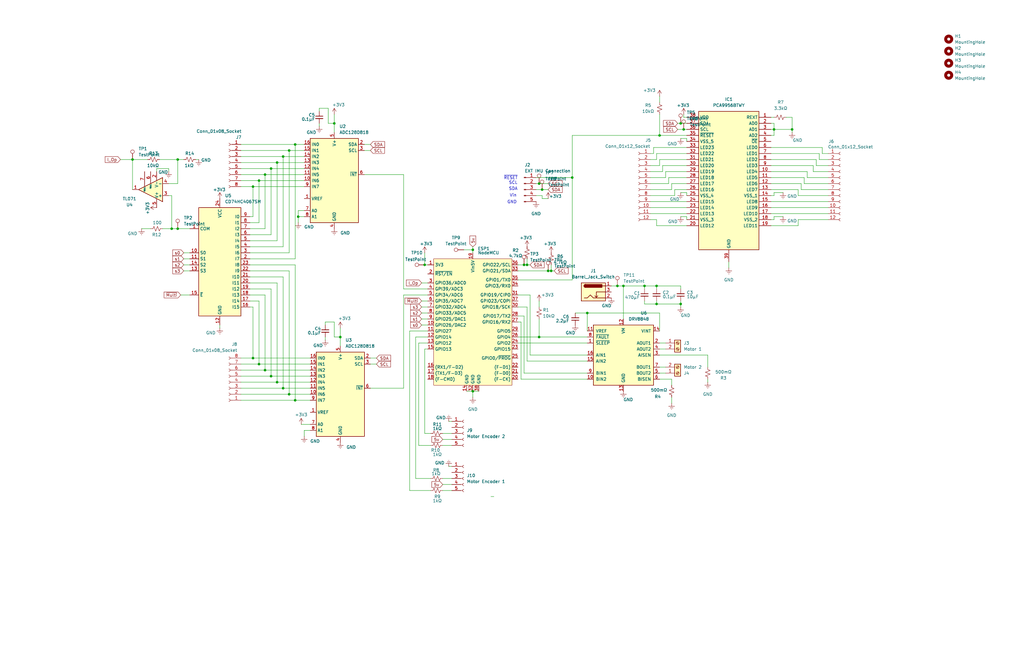
<source format=kicad_sch>
(kicad_sch (version 20250114) (generator "eeschema") (generator_version "9.0")
  (paper "B")
  (title_block (title "Soft Keyboard Platform Controller Schematic") (date "2025-10-24") (rev "v1.2") (company "CalPoly SLO ME 507 Fall 2025"))
  (text "GND" (at 215.9 85.344 0) (effects (font (size 1.27 1.27))))
  (text "~{RESET}" (at 215.392 75.184 0) (effects (font (size 1.27 1.27))))
  (text "Vin" (at 216.408 82.55 0) (effects (font (size 1.27 1.27))))
  (text "SDA" (at 216.408 79.756 0) (effects (font (size 1.27 1.27))))
  (text "SCL" (at 216.408 77.216 0) (effects (font (size 1.27 1.27))))
  (junction (at 116.84 161.29))
  (junction (at 124.46 168.91))
  (junction (at 106.68 151.13))
  (junction (at 106.68 78.74))
  (junction (at 111.76 73.66))
  (junction (at 116.84 68.58))
  (junction (at 288.29 54.61))
  (junction (at 231.14 114.3))
  (junction (at 232.41 114.3))
  (junction (at 55.88 67.31))
  (junction (at 125.73 91.44))
  (junction (at 228.6 80.01))
  (junction (at 220.98 111.76))
  (junction (at 260.35 120.65))
  (junction (at 287.02 52.07))
  (junction (at 278.13 57.15))
  (junction (at 109.22 76.2))
  (junction (at 109.22 153.67))
  (junction (at 119.38 163.83))
  (junction (at 199.39 105.41))
  (junction (at 271.78 120.65))
  (junction (at 262.89 120.65))
  (junction (at 140.97 52.07))
  (junction (at 114.3 158.75))
  (junction (at 276.86 120.65))
  (junction (at 334.01 54.61))
  (junction (at 74.93 67.31))
  (junction (at 247.65 132.08))
  (junction (at 124.46 60.96))
  (junction (at 74.93 96.52))
  (junction (at 287.02 128.27))
  (junction (at 241.3 74.93))
  (junction (at 121.92 166.37))
  (junction (at 119.38 66.04))
  (junction (at 199.39 165.1))
  (junction (at 121.92 63.5))
  (junction (at 143.51 142.24))
  (junction (at 227.33 77.47))
  (junction (at 114.3 71.12))
  (junction (at 276.86 128.27))
  (junction (at 72.39 96.52))
  (junction (at 326.39 54.61))
  (junction (at 227.33 142.24))
  (junction (at 179.07 111.76))
  (junction (at 222.25 111.76))
  (junction (at 111.76 156.21))
  (wire (pts (xy 288.29 54.61) (xy 289.56 54.61)))
  (wire (pts (xy 201.93 165.1) (xy 199.39 165.1)))
  (wire (pts (xy 111.76 73.66) (xy 128.27 73.66)))
  (wire (pts (xy 156.21 153.67) (xy 158.75 153.67)))
  (wire (pts (xy 334.01 55.88) (xy 334.01 54.61)))
  (wire (pts (xy 226.06 77.47) (xy 227.33 77.47)))
  (wire (pts (xy 172.72 139.7) (xy 172.72 207.01)))
  (wire (pts (xy 121.92 114.3) (xy 121.92 166.37)))
  (wire (pts (xy 179.07 147.32) (xy 180.34 147.32)))
  (wire (pts (xy 220.98 133.35) (xy 220.98 157.48)))
  (wire (pts (xy 116.84 119.38) (xy 116.84 161.29)))
  (wire (pts (xy 71.12 71.12) (xy 71.12 72.39)))
  (wire (pts (xy 59.69 96.52) (xy 63.5 96.52)))
  (wire (pts (xy 67.31 67.31) (xy 74.93 67.31)))
  (wire (pts (xy 241.3 74.93) (xy 241.3 118.11)))
  (wire (pts (xy 111.76 156.21) (xy 130.81 156.21)))
  (wire (pts (xy 262.89 120.65) (xy 262.89 134.62)))
  (wire (pts (xy 116.84 161.29) (xy 130.81 161.29)))
  (wire (pts (xy 228.6 83.82) (xy 231.14 83.82)))
  (wire (pts (xy 289.56 58.42) (xy 289.56 59.69)))
  (wire (pts (xy 111.76 124.46) (xy 111.76 156.21)))
  (wire (pts (xy 105.41 129.54) (xy 106.68 129.54)))
  (wire (pts (xy 271.78 128.27) (xy 276.86 128.27)))
  (wire (pts (xy 72.39 96.52) (xy 74.93 96.52)))
  (wire (pts (xy 325.12 77.47) (xy 337.82 77.47)))
  (wire (pts (xy 74.93 67.31) (xy 74.93 77.47)))
  (wire (pts (xy 114.3 71.12) (xy 128.27 71.12)))
  (wire (pts (xy 50.8 67.31) (xy 55.88 67.31)))
  (wire (pts (xy 289.56 64.77) (xy 276.86 64.77)))
  (wire (pts (xy 241.3 57.15) (xy 278.13 57.15)))
  (wire (pts (xy 177.8 137.16) (xy 180.34 137.16)))
  (wire (pts (xy 125.73 91.44) (xy 125.73 93.98)))
  (wire (pts (xy 74.93 67.31) (xy 77.47 67.31)))
  (wire (pts (xy 127 179.07) (xy 130.81 179.07)))
  (wire (pts (xy 66.04 71.12) (xy 71.12 71.12)))
  (wire (pts (xy 180.34 121.92) (xy 170.18 121.92)))
  (wire (pts (xy 289.56 72.39) (xy 280.67 72.39)))
  (wire (pts (xy 119.38 163.83) (xy 130.81 163.83)))
  (wire (pts (xy 247.65 139.7) (xy 247.65 132.08)))
  (wire (pts (xy 121.92 63.5) (xy 128.27 63.5)))
  (wire (pts (xy 101.6 151.13) (xy 106.68 151.13)))
  (wire (pts (xy 218.44 142.24) (xy 227.33 142.24)))
  (wire (pts (xy 119.38 116.84) (xy 119.38 163.83)))
  (wire (pts (xy 119.38 66.04) (xy 128.27 66.04)))
  (wire (pts (xy 172.72 207.01) (xy 181.61 207.01)))
  (wire (pts (xy 218.44 144.78) (xy 247.65 144.78)))
  (wire (pts (xy 276.86 95.25) (xy 276.86 92.71)))
  (wire (pts (xy 325.12 80.01) (xy 336.55 80.01)))
  (wire (pts (xy 121.92 63.5) (xy 121.92 106.68)))
  (wire (pts (xy 326.39 57.15) (xy 325.12 57.15)))
  (wire (pts (xy 124.46 109.22) (xy 124.46 60.96)))
  (wire (pts (xy 124.46 111.76) (xy 124.46 168.91)))
  (wire (pts (xy 260.35 120.65) (xy 262.89 120.65)))
  (wire (pts (xy 342.9 69.85) (xy 342.9 72.39)))
  (wire (pts (xy 274.32 90.17) (xy 289.56 90.17)))
  (wire (pts (xy 289.56 67.31) (xy 278.13 67.31)))
  (wire (pts (xy 179.07 182.88) (xy 181.61 182.88)))
  (wire (pts (xy 170.18 121.92) (xy 170.18 73.66)))
  (wire (pts (xy 262.89 120.65) (xy 271.78 120.65)))
  (wire (pts (xy 105.41 99.06) (xy 114.3 99.06)))
  (wire (pts (xy 128.27 88.9) (xy 125.73 88.9)))
  (wire (pts (xy 220.98 111.76) (xy 222.25 111.76)))
  (wire (pts (xy 278.13 67.31) (xy 278.13 69.85)))
  (wire (pts (xy 101.6 71.12) (xy 114.3 71.12)))
  (wire (pts (xy 228.6 82.55) (xy 226.06 82.55)))
  (wire (pts (xy 101.6 68.58) (xy 116.84 68.58)))
  (wire (pts (xy 228.6 80.01) (xy 231.14 80.01)))
  (wire (pts (xy 137.16 135.89) (xy 137.16 137.16)))
  (wire (pts (xy 275.59 64.77) (xy 274.32 64.77)))
  (wire (pts (xy 289.56 80.01) (xy 284.48 80.01)))
  (wire (pts (xy 101.6 161.29) (xy 116.84 161.29)))
  (wire (pts (xy 287.02 120.65) (xy 276.86 120.65)))
  (wire (pts (xy 288.29 48.26) (xy 288.29 49.53)))
  (wire (pts (xy 278.13 57.15) (xy 289.56 57.15)))
  (wire (pts (xy 337.82 80.01) (xy 349.25 80.01)))
  (wire (pts (xy 218.44 135.89) (xy 219.71 135.89)))
  (wire (pts (xy 199.39 105.41) (xy 199.39 106.68)))
  (wire (pts (xy 274.32 69.85) (xy 278.13 69.85)))
  (wire (pts (xy 66.04 71.12) (xy 66.04 72.39)))
  (wire (pts (xy 106.68 78.74) (xy 106.68 91.44)))
  (wire (pts (xy 223.52 124.46) (xy 223.52 149.86)))
  (wire (pts (xy 289.56 91.44) (xy 289.56 92.71)))
  (wire (pts (xy 281.94 74.93) (xy 289.56 74.93)))
  (wire (pts (xy 140.97 52.07) (xy 140.97 55.88)))
  (wire (pts (xy 336.55 80.01) (xy 336.55 82.55)))
  (wire (pts (xy 274.32 87.63) (xy 289.56 87.63)))
  (wire (pts (xy 326.39 49.53) (xy 325.12 49.53)))
  (wire (pts (xy 101.6 166.37) (xy 121.92 166.37)))
  (wire (pts (xy 186.69 201.93) (xy 190.5 201.93)))
  (wire (pts (xy 325.12 62.23) (xy 346.71 62.23)))
  (wire (pts (xy 281.94 74.93) (xy 281.94 77.47)))
  (wire (pts (xy 189.23 177.8) (xy 190.5 177.8)))
  (wire (pts (xy 101.6 163.83) (xy 119.38 163.83)))
  (wire (pts (xy 170.18 124.46) (xy 170.18 163.83)))
  (wire (pts (xy 289.56 58.42) (xy 287.02 58.42)))
  (wire (pts (xy 105.41 104.14) (xy 119.38 104.14)))
  (wire (pts (xy 222.25 111.76) (xy 223.52 111.76)))
  (wire (pts (xy 227.33 142.24) (xy 247.65 142.24)))
  (wire (pts (xy 190.5 182.88) (xy 186.69 182.88)))
  (wire (pts (xy 336.55 92.71) (xy 349.25 92.71)))
  (wire (pts (xy 326.39 54.61) (xy 326.39 57.15)))
  (wire (pts (xy 227.33 77.47) (xy 231.14 77.47)))
  (wire (pts (xy 196.85 165.1) (xy 199.39 165.1)))
  (wire (pts (xy 124.46 60.96) (xy 128.27 60.96)))
  (wire (pts (xy 284.48 82.55) (xy 274.32 82.55)))
  (wire (pts (xy 106.68 78.74) (xy 128.27 78.74)))
  (wire (pts (xy 289.56 49.53) (xy 288.29 49.53)))
  (wire (pts (xy 105.41 96.52) (xy 111.76 96.52)))
  (wire (pts (xy 284.48 80.01) (xy 284.48 82.55)))
  (wire (pts (xy 325.12 85.09) (xy 349.25 85.09)))
  (wire (pts (xy 195.58 105.41) (xy 199.39 105.41)))
  (wire (pts (xy 242.57 132.08) (xy 247.65 132.08)))
  (wire (pts (xy 257.81 120.65) (xy 260.35 120.65)))
  (wire (pts (xy 247.65 132.08) (xy 278.13 132.08)))
  (wire (pts (xy 325.12 74.93) (xy 339.09 74.93)))
  (wire (pts (xy 232.41 111.76) (xy 232.41 114.3)))
  (wire (pts (xy 232.41 114.3) (xy 233.68 114.3)))
  (wire (pts (xy 114.3 158.75) (xy 130.81 158.75)))
  (wire (pts (xy 175.26 201.93) (xy 181.61 201.93)))
  (wire (pts (xy 334.01 49.53) (xy 331.47 49.53)))
  (wire (pts (xy 218.44 133.35) (xy 220.98 133.35)))
  (wire (pts (xy 220.98 157.48) (xy 247.65 157.48)))
  (wire (pts (xy 179.07 106.68) (xy 179.07 111.76)))
  (wire (pts (xy 105.41 109.22) (xy 124.46 109.22)))
  (wire (pts (xy 276.86 64.77) (xy 276.86 67.31)))
  (wire (pts (xy 74.93 96.52) (xy 80.01 96.52)))
  (wire (pts (xy 199.39 165.1) (xy 199.39 167.64)))
  (wire (pts (xy 289.56 69.85) (xy 279.4 69.85)))
  (wire (pts (xy 218.44 118.11) (xy 241.3 118.11)))
  (wire (pts (xy 119.38 66.04) (xy 119.38 104.14)))
  (wire (pts (xy 222.25 109.22) (xy 222.25 111.76)))
  (wire (pts (xy 109.22 153.67) (xy 130.81 153.67)))
  (wire (pts (xy 219.71 135.89) (xy 219.71 160.02)))
  (wire (pts (xy 140.97 48.26) (xy 140.97 52.07)))
  (wire (pts (xy 170.18 73.66) (xy 153.67 73.66)))
  (wire (pts (xy 218.44 111.76) (xy 220.98 111.76)))
  (wire (pts (xy 105.41 124.46) (xy 111.76 124.46)))
  (wire (pts (xy 226.06 80.01) (xy 228.6 80.01)))
  (wire (pts (xy 77.47 106.68) (xy 80.01 106.68)))
  (wire (pts (xy 186.69 207.01) (xy 190.5 207.01)))
  (wire (pts (xy 326.39 82.55) (xy 325.12 82.55)))
  (wire (pts (xy 116.84 68.58) (xy 128.27 68.58)))
  (wire (pts (xy 342.9 72.39) (xy 349.25 72.39)))
  (wire (pts (xy 137.16 142.24) (xy 137.16 143.51)))
  (wire (pts (xy 247.65 149.86) (xy 223.52 149.86)))
  (wire (pts (xy 326.39 91.44) (xy 326.39 92.71)))
  (wire (pts (xy 283.21 77.47) (xy 283.21 80.01)))
  (wire (pts (xy 278.13 147.32) (xy 280.67 147.32)))
  (wire (pts (xy 109.22 76.2) (xy 128.27 76.2)))
  (wire (pts (xy 326.39 54.61) (xy 334.01 54.61)))
  (wire (pts (xy 186.69 185.42) (xy 190.5 185.42)))
  (wire (pts (xy 346.71 62.23) (xy 346.71 64.77)))
  (wire (pts (xy 105.41 106.68) (xy 121.92 106.68)))
  (wire (pts (xy 138.43 45.72) (xy 138.43 52.07)))
  (wire (pts (xy 275.59 62.23) (xy 275.59 64.77)))
  (wire (pts (xy 180.34 142.24) (xy 175.26 142.24)))
  (wire (pts (xy 344.17 69.85) (xy 349.25 69.85)))
  (wire (pts (xy 177.8 134.62) (xy 180.34 134.62)))
  (wire (pts (xy 106.68 129.54) (xy 106.68 151.13)))
  (wire (pts (xy 105.41 91.44) (xy 106.68 91.44)))
  (wire (pts (xy 105.41 101.6) (xy 116.84 101.6)))
  (wire (pts (xy 278.13 157.48) (xy 280.67 157.48)))
  (wire (pts (xy 179.07 111.76) (xy 180.34 111.76)))
  (wire (pts (xy 285.75 52.07) (xy 287.02 52.07)))
  (wire (pts (xy 231.14 114.3) (xy 232.41 114.3)))
  (wire (pts (xy 326.39 81.28) (xy 330.2 81.28)))
  (wire (pts (xy 101.6 156.21) (xy 111.76 156.21)))
  (wire (pts (xy 326.39 52.07) (xy 326.39 54.61)))
  (wire (pts (xy 77.47 109.22) (xy 80.01 109.22)))
  (wire (pts (xy 177.8 132.08) (xy 180.34 132.08)))
  (wire (pts (xy 287.02 121.92) (xy 287.02 120.65)))
  (wire (pts (xy 325.12 87.63) (xy 349.25 87.63)))
  (wire (pts (xy 325.12 64.77) (xy 345.44 64.77)))
  (wire (pts (xy 140.97 135.89) (xy 140.97 142.24)))
  (wire (pts (xy 189.23 196.85) (xy 190.5 196.85)))
  (wire (pts (xy 307.34 113.03) (xy 307.34 110.49)))
  (wire (pts (xy 134.62 52.07) (xy 134.62 53.34)))
  (wire (pts (xy 55.88 67.31) (xy 62.23 67.31)))
  (wire (pts (xy 325.12 72.39) (xy 340.36 72.39)))
  (wire (pts (xy 219.71 160.02) (xy 247.65 160.02)))
  (wire (pts (xy 138.43 52.07) (xy 140.97 52.07)))
  (wire (pts (xy 101.6 158.75) (xy 114.3 158.75)))
  (wire (pts (xy 226.06 74.93) (xy 241.3 74.93)))
  (wire (pts (xy 101.6 73.66) (xy 111.76 73.66)))
  (wire (pts (xy 326.39 91.44) (xy 330.2 91.44)))
  (wire (pts (xy 271.78 127) (xy 271.78 128.27)))
  (wire (pts (xy 172.72 139.7) (xy 180.34 139.7)))
  (wire (pts (xy 218.44 114.3) (xy 231.14 114.3)))
  (wire (pts (xy 140.97 142.24) (xy 143.51 142.24)))
  (wire (pts (xy 175.26 142.24) (xy 175.26 201.93)))
  (wire (pts (xy 287.02 91.44) (xy 289.56 91.44)))
  (wire (pts (xy 289.56 77.47) (xy 283.21 77.47)))
  (wire (pts (xy 325.12 95.25) (xy 336.55 95.25)))
  (wire (pts (xy 227.33 134.62) (xy 227.33 142.24)))
  (wire (pts (xy 74.93 77.47) (xy 71.12 77.47)))
  (wire (pts (xy 143.51 138.43) (xy 143.51 142.24)))
  (wire (pts (xy 274.32 74.93) (xy 280.67 74.93)))
  (wire (pts (xy 153.67 60.96) (xy 156.21 60.96)))
  (wire (pts (xy 199.39 104.14) (xy 199.39 105.41)))
  (wire (pts (xy 289.56 95.25) (xy 276.86 95.25)))
  (wire (pts (xy 176.53 144.78) (xy 180.34 144.78)))
  (wire (pts (xy 116.84 68.58) (xy 116.84 101.6)))
  (wire (pts (xy 121.92 166.37) (xy 130.81 166.37)))
  (wire (pts (xy 190.5 187.96) (xy 186.69 187.96)))
  (wire (pts (xy 279.4 72.39) (xy 274.32 72.39)))
  (wire (pts (xy 124.46 168.91) (xy 130.81 168.91)))
  (wire (pts (xy 339.09 74.93) (xy 339.09 77.47)))
  (wire (pts (xy 336.55 95.25) (xy 336.55 92.71)))
  (wire (pts (xy 276.86 128.27) (xy 287.02 128.27)))
  (wire (pts (xy 271.78 120.65) (xy 271.78 121.92)))
  (wire (pts (xy 274.32 77.47) (xy 281.94 77.47)))
  (wire (pts (xy 247.65 152.4) (xy 222.25 152.4)))
  (wire (pts (xy 278.13 132.08) (xy 278.13 139.7)))
  (wire (pts (xy 101.6 153.67) (xy 109.22 153.67)))
  (wire (pts (xy 134.62 45.72) (xy 138.43 45.72)))
  (wire (pts (xy 106.68 151.13) (xy 130.81 151.13)))
  (wire (pts (xy 105.41 111.76) (xy 124.46 111.76)))
  (wire (pts (xy 326.39 81.28) (xy 326.39 82.55)))
  (wire (pts (xy 72.39 82.55) (xy 72.39 96.52)))
  (wire (pts (xy 298.45 149.86) (xy 298.45 154.94)))
  (wire (pts (xy 287.02 127) (xy 287.02 128.27)))
  (wire (pts (xy 68.58 96.52) (xy 72.39 96.52)))
  (wire (pts (xy 128.27 181.61) (xy 128.27 184.15)))
  (wire (pts (xy 177.8 129.54) (xy 180.34 129.54)))
  (wire (pts (xy 101.6 66.04) (xy 119.38 66.04)))
  (wire (pts (xy 109.22 127) (xy 109.22 153.67)))
  (wire (pts (xy 278.13 40.64) (xy 278.13 43.18)))
  (wire (pts (xy 345.44 64.77) (xy 345.44 67.31)))
  (wire (pts (xy 77.47 114.3) (xy 80.01 114.3)))
  (wire (pts (xy 274.32 85.09) (xy 289.56 85.09)))
  (wire (pts (xy 241.3 57.15) (xy 241.3 74.93)))
  (wire (pts (xy 289.56 81.28) (xy 289.56 82.55)))
  (wire (pts (xy 105.41 121.92) (xy 114.3 121.92)))
  (wire (pts (xy 156.21 151.13) (xy 158.75 151.13)))
  (wire (pts (xy 276.86 92.71) (xy 274.32 92.71)))
  (wire (pts (xy 222.25 129.54) (xy 222.25 152.4)))
  (wire (pts (xy 55.88 67.31) (xy 55.88 80.01)))
  (wire (pts (xy 105.41 114.3) (xy 121.92 114.3)))
  (wire (pts (xy 109.22 76.2) (xy 109.22 93.98)))
  (wire (pts (xy 278.13 48.26) (xy 278.13 57.15)))
  (wire (pts (xy 156.21 163.83) (xy 170.18 163.83)))
  (wire (pts (xy 111.76 73.66) (xy 111.76 96.52)))
  (wire (pts (xy 186.69 204.47) (xy 190.5 204.47)))
  (wire (pts (xy 114.3 121.92) (xy 114.3 158.75)))
  (wire (pts (xy 101.6 60.96) (xy 124.46 60.96)))
  (wire (pts (xy 287.02 128.27) (xy 287.02 129.54)))
  (wire (pts (xy 134.62 45.72) (xy 134.62 46.99)))
  (wire (pts (xy 101.6 168.91) (xy 124.46 168.91)))
  (wire (pts (xy 334.01 49.53) (xy 334.01 54.61)))
  (wire (pts (xy 114.3 71.12) (xy 114.3 99.06)))
  (wire (pts (xy 278.13 149.86) (xy 298.45 149.86)))
  (wire (pts (xy 278.13 144.78) (xy 280.67 144.78)))
  (wire (pts (xy 228.6 83.82) (xy 228.6 82.55)))
  (wire (pts (xy 283.21 167.64) (xy 283.21 170.18)))
  (wire (pts (xy 326.39 92.71) (xy 325.12 92.71)))
  (wire (pts (xy 170.18 124.46) (xy 180.34 124.46)))
  (wire (pts (xy 325.12 54.61) (xy 326.39 54.61)))
  (wire (pts (xy 77.47 111.76) (xy 80.01 111.76)))
  (wire (pts (xy 130.81 181.61) (xy 128.27 181.61)))
  (wire (pts (xy 179.07 182.88) (xy 179.07 147.32)))
  (wire (pts (xy 287.02 52.07) (xy 289.56 52.07)))
  (wire (pts (xy 125.73 88.9) (xy 125.73 91.44)))
  (wire (pts (xy 207.01 209.55) (xy 208.28 209.55)))
  (wire (pts (xy 280.67 72.39) (xy 280.67 74.93)))
  (wire (pts (xy 340.36 74.93) (xy 340.36 72.39)))
  (wire (pts (xy 137.16 135.89) (xy 140.97 135.89)))
  (wire (pts (xy 177.8 127) (xy 180.34 127)))
  (wire (pts (xy 325.12 69.85) (xy 342.9 69.85)))
  (wire (pts (xy 337.82 77.47) (xy 337.82 80.01)))
  (wire (pts (xy 285.75 54.61) (xy 288.29 54.61)))
  (wire (pts (xy 143.51 142.24) (xy 143.51 146.05)))
  (wire (pts (xy 82.55 67.31) (xy 83.82 67.31)))
  (wire (pts (xy 218.44 124.46) (xy 223.52 124.46)))
  (wire (pts (xy 289.56 81.28) (xy 287.02 81.28)))
  (wire (pts (xy 101.6 76.2) (xy 109.22 76.2)))
  (wire (pts (xy 101.6 63.5) (xy 121.92 63.5)))
  (wire (pts (xy 71.12 82.55) (xy 72.39 82.55)))
  (wire (pts (xy 227.33 127) (xy 227.33 129.54)))
  (wire (pts (xy 345.44 67.31) (xy 349.25 67.31)))
  (wire (pts (xy 325.12 67.31) (xy 344.17 67.31)))
  (wire (pts (xy 105.41 127) (xy 109.22 127)))
  (wire (pts (xy 105.41 93.98) (xy 109.22 93.98)))
  (wire (pts (xy 271.78 120.65) (xy 276.86 120.65)))
  (wire (pts (xy 92.71 138.43) (xy 92.71 137.16)))
  (wire (pts (xy 105.41 116.84) (xy 119.38 116.84)))
  (wire (pts (xy 289.56 62.23) (xy 275.59 62.23)))
  (wire (pts (xy 325.12 90.17) (xy 349.25 90.17)))
  (wire (pts (xy 283.21 80.01) (xy 274.32 80.01)))
  (wire (pts (xy 176.53 187.96) (xy 181.61 187.96)))
  (wire (pts (xy 279.4 69.85) (xy 279.4 72.39)))
  (wire (pts (xy 346.71 64.77) (xy 349.25 64.77)))
  (wire (pts (xy 325.12 52.07) (xy 326.39 52.07)))
  (wire (pts (xy 298.45 160.02) (xy 298.45 161.29)))
  (wire (pts (xy 344.17 67.31) (xy 344.17 69.85)))
  (wire (pts (xy 105.41 119.38) (xy 116.84 119.38)))
  (wire (pts (xy 278.13 160.02) (xy 283.21 160.02)))
  (wire (pts (xy 283.21 160.02) (xy 283.21 162.56)))
  (wire (pts (xy 76.2 124.46) (xy 80.01 124.46)))
  (wire (pts (xy 349.25 74.93) (xy 340.36 74.93)))
  (wire (pts (xy 176.53 144.78) (xy 176.53 187.96)))
  (wire (pts (xy 153.67 63.5) (xy 156.21 63.5)))
  (wire (pts (xy 177.8 119.38) (xy 180.34 119.38)))
  (wire (pts (xy 276.86 120.65) (xy 276.86 121.92)))
  (wire (pts (xy 101.6 78.74) (xy 106.68 78.74)))
  (wire (pts (xy 276.86 127) (xy 276.86 128.27)))
  (wire (pts (xy 128.27 91.44) (xy 125.73 91.44)))
  (wire (pts (xy 218.44 129.54) (xy 222.25 129.54)))
  (wire (pts (xy 339.09 77.47) (xy 349.25 77.47)))
  (wire (pts (xy 336.55 82.55) (xy 349.25 82.55)))
  (wire (pts (xy 280.67 154.94) (xy 278.13 154.94)))
  (wire (pts (xy 276.86 67.31) (xy 274.32 67.31)))
  (global_label "SDA" (shape input) (at 158.75 151.13 0) (property "Intersheetrefs" "${INTERSHEET_REFS}" (effects (hide yes))))
  (global_label "~{Multi}" (shape input) (at 76.2 124.46 180) (property "Intersheetrefs" "${INTERSHEET_REFS}" (effects (hide yes))))
  (global_label "s3" (shape input) (at 77.47 114.3 180) (property "Intersheetrefs" "${INTERSHEET_REFS}" (effects (hide yes))))
  (global_label "~{Multi}" (shape input) (at 177.8 127 180) (property "Intersheetrefs" "${INTERSHEET_REFS}" (effects (hide yes))))
  (global_label "SDA" (shape input) (at 156.21 60.96 0) (property "Intersheetrefs" "${INTERSHEET_REFS}" (effects (hide yes))))
  (global_label "SCL" (shape input) (at 156.21 63.5 0) (property "Intersheetrefs" "${INTERSHEET_REFS}" (effects (hide yes))))
  (global_label "SDA" (shape input) (at 223.52 111.76 0) (property "Intersheetrefs" "${INTERSHEET_REFS}" (effects (hide yes))))
  (global_label "s3" (shape input) (at 177.8 129.54 180) (property "Intersheetrefs" "${INTERSHEET_REFS}" (effects (hide yes))))
  (global_label "s2" (shape input) (at 77.47 111.76 180) (property "Intersheetrefs" "${INTERSHEET_REFS}" (effects (hide yes))))
  (global_label "5v" (shape input) (at 199.39 104.14 90) (property "Intersheetrefs" "${INTERSHEET_REFS}" (effects (hide yes))))
  (global_label "I_Op" (shape input) (at 177.8 119.38 180) (property "Intersheetrefs" "${INTERSHEET_REFS}" (effects (hide yes))))
  (global_label "SCL" (shape input) (at 233.68 114.3 0) (property "Intersheetrefs" "${INTERSHEET_REFS}" (effects (hide yes))))
  (global_label "5v" (shape input) (at 186.69 185.42 180) (property "Intersheetrefs" "${INTERSHEET_REFS}" (effects (hide yes))))
  (global_label "s0" (shape input) (at 177.8 137.16 180) (property "Intersheetrefs" "${INTERSHEET_REFS}" (effects (hide yes))))
  (global_label "SDA" (shape input) (at 285.75 52.07 180) (property "Intersheetrefs" "${INTERSHEET_REFS}" (effects (hide yes))))
  (global_label "s1" (shape input) (at 177.8 134.62 180) (property "Intersheetrefs" "${INTERSHEET_REFS}" (effects (hide yes))))
  (global_label "SCL" (shape input) (at 231.14 77.47 0) (property "Intersheetrefs" "${INTERSHEET_REFS}" (effects (hide yes))))
  (global_label "s1" (shape input) (at 77.47 109.22 180) (property "Intersheetrefs" "${INTERSHEET_REFS}" (effects (hide yes))))
  (global_label "s0" (shape input) (at 77.47 106.68 180) (property "Intersheetrefs" "${INTERSHEET_REFS}" (effects (hide yes))))
  (global_label "SCL" (shape input) (at 285.75 54.61 180) (property "Intersheetrefs" "${INTERSHEET_REFS}" (effects (hide yes))))
  (global_label "s2" (shape input) (at 177.8 132.08 180) (property "Intersheetrefs" "${INTERSHEET_REFS}" (effects (hide yes))))
  (global_label "SCL" (shape input) (at 158.75 153.67 0) (property "Intersheetrefs" "${INTERSHEET_REFS}" (effects (hide yes))))
  (global_label "SDA" (shape input) (at 231.14 80.01 0) (property "Intersheetrefs" "${INTERSHEET_REFS}" (effects (hide yes))))
  (global_label "I_Op" (shape input) (at 50.8 67.31 180) (property "Intersheetrefs" "${INTERSHEET_REFS}" (effects (hide yes))))
  (global_label "5v" (shape input) (at 186.69 204.47 180) (property "Intersheetrefs" "${INTERSHEET_REFS}" (effects (hide yes))))
  (symbol (lib_id "Connector:TestPoint") (at 220.98 111.76 0) (unit 1)
    (property "Reference" "TP3" (at 223.52 107.1879 0) (effects (justify left)))
    (property "Value" "TestPoint" (at 223.52 109.7279 0) (effects (justify left)))
    (property "Footprint" "TestPoint:TestPoint_Loop_D1.80mm_Drill1.0mm_Beaded" (effects (hide yes)))
    (property "Description" "test point" (effects (hide yes)))
  )
  (symbol (lib_id "power:Earth") (at 298.45 161.29 0) (unit 1)
    (property "Reference" "#PWR06" (effects (hide yes)))
    (property "Value" "GND" (at 298.45 166.37 0))
    (property "Description" "Power symbol creates a global label with name \"Earth\"" (effects (hide yes)))
  )
  (symbol (lib_id "Driver_Motor:DRV8848") (at 262.89 149.86 0) (unit 1)
    (property "Reference" "U6" (at 270.1133 132.08 0) (effects (justify left)))
    (property "Value" "DRV8848" (at 265.0333 134.62 0) (effects (justify left)))
    (property "Footprint" "Package_SO:TSSOP-16-1EP_4.4x5mm_P0.65mm" (effects (hide yes)))
    (property "Datasheet" "http://www.ti.com/lit/ds/symlink/drv8848.pdf" (effects (hide yes)))
    (property "Description" "Dual H-Bridge motor driver, PWM controlled, single/dual brushed DC stepper, +2 to +18 VDD, TSSOP-16" (effects (hide yes)))
  )
  (symbol (lib_id "power:Earth") (at 189.23 196.85 0) (mirror x) (unit 1)
    (property "Reference" "#PWR034" (effects (hide yes)))
    (property "Value" "GND" (at 185.42 195.326 0))
    (property "Description" "Power symbol creates a global label with name \"Earth\"" (effects (hide yes)))
  )
  (symbol (lib_id "Connector:TestPoint") (at 74.93 96.52 0) (unit 1)
    (property "Reference" "TP2" (at 77.47 91.9479 0) (effects (justify left)))
    (property "Value" "TestPoint" (at 77.47 94.4879 0) (effects (justify left)))
    (property "Footprint" "TestPoint:TestPoint_Loop_D1.80mm_Drill1.0mm_Beaded" (effects (hide yes)))
    (property "Description" "test point" (effects (hide yes)))
  )
  (symbol (lib_id "Mechanical:MountingHole") (at 400.05 26.67 0) (unit 1) (in_bom no)
    (property "Reference" "H3" (at 402.59 25.3999 0) (effects (justify left)))
    (property "Value" "MountingHole" (at 402.59 27.9399 0) (effects (justify left)))
    (property "Footprint" "MountingHole:MountingHole_2.5mm" (effects (hide yes)))
    (property "Description" "Mounting Hole without connection" (effects (hide yes)))
  )
  (symbol (lib_id "Device:R_Small_US") (at 232.41 109.22 0) (unit 1)
    (property "Reference" "R6" (at 236.22 108.204 0))
    (property "Value" "4.7kΩ" (at 236.22 110.744 0))
    (property "Footprint" "Resistor_SMD:R_0805_2012Metric" (effects (hide yes)))
    (property "Description" "Resistor, small US symbol" (effects (hide yes)))
  )
  (symbol (lib_id "power:Earth") (at 262.89 165.1 0) (unit 1)
    (property "Reference" "#PWR02" (effects (hide yes)))
    (property "Value" "GND" (at 264.922 168.656 0))
    (property "Description" "Power symbol creates a global label with name \"Earth\"" (effects (hide yes)))
  )
  (symbol (lib_id "Analog_ADC:ADC128D818") (at 140.97 76.2 0) (unit 1)
    (property "Reference" "U2" (at 143.1133 53.34 0) (effects (justify left)))
    (property "Value" "ADC128D818" (at 143.1133 55.88 0) (effects (justify left)))
    (property "Footprint" "Package_SO:TSSOP-16_4.4x5mm_P0.65mm" (effects (hide yes)))
    (property "Datasheet" "http://www.ti.com/lit/ds/symlink/adc128d818.pdf" (effects (hide yes)))
    (property "Description" "12-Bit, 8-Channel, ADC System Monitor With Temperature Sensor, I2C Interface, TSSOP-16" (effects (hide yes)))
  )
  (symbol (lib_id "Device:C_Small") (at 276.86 124.46 180) (unit 1)
    (property "Reference" "C2" (at 279.4 123.444 0) (effects (justify right)))
    (property "Value" "0.1μF" (at 279.4 125.222 0) (effects (justify right)))
    (property "Footprint" "Capacitor_SMD:C_0805_2012Metric" (effects (hide yes)))
    (property "Description" "Unpolarized capacitor, small symbol" (effects (hide yes)))
  )
  (symbol (lib_id "Connector:Screw_Terminal_01x02") (at 285.75 157.48 0) (mirror x) (unit 1)
    (property "Reference" "J4" (at 288.29 157.4801 0) (effects (justify left)))
    (property "Value" "Motor 2" (at 288.29 154.9401 0) (effects (justify left)))
    (property "Footprint" "TerminalBlock_Phoenix:TerminalBlock_Phoenix_MKDS-1,5-2_1x02_P5.00mm_Horizontal" (effects (hide yes)))
    (property "Description" "Generic screw terminal, single row, 01x02, script generated (kicad-library-utils/schlib/autogen/connector/)" (effects (hide yes)))
  )
  (symbol (lib_id "ME507F24:ESP32_Node_KY") (at 199.39 134.62 0) (unit 1)
    (property "Reference" "ESP1" (at 201.422 104.902 0) (effects (justify left)))
    (property "Value" "NodeMCU" (at 201.5333 106.68 0) (effects (justify left)))
    (property "Footprint" "ME507F24:ESP32_NodeMCU_KeeYees" (effects (hide yes)))
  )
  (symbol (lib_id "power:Earth") (at 242.57 137.16 0) (unit 1)
    (property "Reference" "#PWR09" (effects (hide yes)))
    (property "Value" "GND" (at 240.538 140.462 0))
    (property "Description" "Power symbol creates a global label with name \"Earth\"" (effects (hide yes)))
  )
  (symbol (lib_id "power:Earth") (at 330.2 81.28 0) (unit 1)
    (property "Reference" "#PWR020" (effects (hide yes)))
    (property "Value" "GND" (at 334.01 82.804 0))
    (property "Description" "Power symbol creates a global label with name \"Earth\"" (effects (hide yes)))
  )
  (symbol (lib_id "Device:C_Small") (at 242.57 134.62 0) (mirror x) (unit 1)
    (property "Reference" "C6" (at 240.03 133.604 0) (effects (justify right)))
    (property "Value" "2.2μF" (at 240.03 135.382 0) (effects (justify right)))
    (property "Footprint" "Capacitor_SMD:C_0805_2012Metric" (effects (hide yes)))
    (property "Description" "Unpolarized capacitor, small symbol" (effects (hide yes)))
  )
  (symbol (lib_id "Connector:Conn_01x08_Socket") (at 96.52 68.58 0) (mirror y) (unit 1)
    (property "Reference" "J7" (at 101.854 57.912 0) (effects (justify left)))
    (property "Value" "Conn_01x08_Socket" (at 101.854 55.372 0) (effects (justify left)))
    (property "Footprint" "Connector_PinSocket_2.54mm:PinSocket_1x08_P2.54mm_Vertical" (effects (hide yes)))
    (property "Description" "Generic connector, single row, 01x08, script generated" (effects (hide yes)))
  )
  (symbol (lib_id "power:Earth") (at 287.02 81.28 0) (unit 1)
    (property "Reference" "#PWR019" (effects (hide yes)))
    (property "Value" "GND" (at 284.48 84.074 0))
    (property "Description" "Power symbol creates a global label with name \"Earth\"" (effects (hide yes)))
  )
  (symbol (lib_id "power:Earth") (at 257.81 125.73 0) (unit 1)
    (property "Reference" "#PWR04" (effects (hide yes)))
    (property "Value" "GND" (at 255.778 129.032 0))
    (property "Description" "Power symbol creates a global label with name \"Earth\"" (effects (hide yes)))
  )
  (symbol (lib_id "power:+3V3") (at 231.14 83.82 0) (unit 1)
    (property "Reference" "#PWR016" (effects (hide yes)))
    (property "Value" "+3V3" (at 234.188 82.804 0))
    (property "Description" "Power symbol creates a global label with name \"+3V3\"" (effects (hide yes)))
  )
  (symbol (lib_id "power:Earth") (at 199.39 167.64 0) (unit 1)
    (property "Reference" "#PWR01" (effects (hide yes)))
    (property "Value" "GND" (at 199.39 172.72 0))
    (property "Description" "Power symbol creates a global label with name \"Earth\"" (effects (hide yes)))
  )
  (symbol (lib_id "Device:R_Small_US") (at 227.33 132.08 0) (unit 1)
    (property "Reference" "R1" (at 228.854 130.81 0) (effects (justify left)))
    (property "Value" "10kΩ" (at 228.854 133.35 0) (effects (justify left)))
    (property "Footprint" "Resistor_SMD:R_0805_2012Metric" (effects (hide yes)))
    (property "Description" "Resistor, small US symbol" (effects (hide yes)))
  )
  (symbol (lib_id "Analog_ADC:ADC128D818") (at 143.51 166.37 0) (unit 1)
    (property "Reference" "U3" (at 145.6533 143.51 0) (effects (justify left)))
    (property "Value" "ADC128D818" (at 145.6533 146.05 0) (effects (justify left)))
    (property "Footprint" "Package_SO:TSSOP-16_4.4x5mm_P0.65mm" (effects (hide yes)))
    (property "Datasheet" "http://www.ti.com/lit/ds/symlink/adc128d818.pdf" (effects (hide yes)))
    (property "Description" "12-Bit, 8-Channel, ADC System Monitor With Temperature Sensor, I2C Interface, TSSOP-16" (effects (hide yes)))
  )
  (symbol (lib_id "power:Earth") (at 189.23 177.8 0) (mirror x) (unit 1)
    (property "Reference" "#PWR033" (effects (hide yes)))
    (property "Value" "GND" (at 185.928 176.276 0))
    (property "Description" "Power symbol creates a global label with name \"Earth\"" (effects (hide yes)))
  )
  (symbol (lib_id "Connector:TestPoint") (at 195.58 105.41 90) (unit 1)
    (property "Reference" "TP9" (at 192.278 100.33 90))
    (property "Value" "TestPoint" (at 192.278 102.87 90))
    (property "Footprint" "TestPoint:TestPoint_Loop_D1.80mm_Drill1.0mm_Beaded" (effects (hide yes)))
    (property "Description" "test point" (effects (hide yes)))
  )
  (symbol (lib_id "Connector:Conn_01x08_Socket") (at 96.52 161.29 180) (unit 1)
    (property "Reference" "J8" (at 100.076 145.288 0) (effects (justify left)))
    (property "Value" "Conn_01x08_Socket" (at 100.076 147.828 0) (effects (justify left)))
    (property "Footprint" "Connector_PinSocket_2.54mm:PinSocket_1x08_P2.54mm_Vertical" (effects (hide yes)))
    (property "Description" "Generic connector, single row, 01x08, script generated" (effects (hide yes)))
  )
  (symbol (lib_id "Connector:TestPoint") (at 288.29 54.61 0) (unit 1)
    (property "Reference" "TP6" (at 290.83 50.0379 0) (effects (justify left)))
    (property "Value" "TestPoint" (at 290.83 52.5779 0) (effects (justify left)))
    (property "Footprint" "TestPoint:TestPoint_Loop_D1.80mm_Drill1.0mm_Beaded" (effects (hide yes)))
    (property "Description" "test point" (effects (hide yes)))
  )
  (symbol (lib_id "Mechanical:MountingHole") (at 400.05 16.51 0) (unit 1) (in_bom no)
    (property "Reference" "H1" (at 402.59 15.2399 0) (effects (justify left)))
    (property "Value" "MountingHole" (at 402.59 17.7799 0) (effects (justify left)))
    (property "Footprint" "MountingHole:MountingHole_2.5mm" (effects (hide yes)))
    (property "Description" "Mounting Hole without connection" (effects (hide yes)))
  )
  (symbol (lib_id "Connector:Conn_01x12_Socket") (at 269.24 77.47 0) (mirror y) (unit 1)
    (property "Reference" "J5" (at 273.304 59.182 0))
    (property "Value" "Conn_01x12_Socket" (at 264.668 61.722 0))
    (property "Footprint" "Connector_PinSocket_2.54mm:PinSocket_1x12_P2.54mm_Vertical" (effects (hide yes)))
    (property "Description" "Generic connector, single row, 01x12, script generated" (effects (hide yes)))
  )
  (symbol (lib_id "power:+3V3") (at 227.33 127 0) (unit 1)
    (property "Reference" "#PWR08" (effects (hide yes)))
    (property "Value" "+3V3" (at 230.886 124.46 0))
    (property "Description" "Power symbol creates a global label with name \"+3V3\"" (effects (hide yes)))
  )
  (symbol (lib_id "power:Earth") (at 92.71 138.43 0) (unit 1)
    (property "Reference" "#PWR030" (effects (hide yes)))
    (property "Value" "GND" (at 88.9 140.462 0))
    (property "Description" "Power symbol creates a global label with name \"Earth\"" (effects (hide yes)))
  )
  (symbol (lib_id "power:+3V3") (at 140.97 48.26 0) (unit 1)
    (property "Reference" "#PWR032" (effects (hide yes)))
    (property "Value" "+3V3" (at 142.748 44.196 0))
    (property "Description" "Power symbol creates a global label with name \"+3V3\"" (effects (hide yes)))
  )
  (symbol (lib_id "Connector:Conn_01x05_Socket") (at 195.58 182.88 0) (unit 1)
    (property "Reference" "J9" (at 196.85 181.6099 0) (effects (justify left)))
    (property "Value" "Motor Encoder 2" (at 196.85 184.1499 0) (effects (justify left)))
    (property "Footprint" "Connector_Molex:Molex_KK-396_A-41792-0005_1x05_P3.96mm_Horizontal" (effects (hide yes)))
    (property "Description" "Generic connector, single row, 01x05, script generated" (effects (hide yes)))
  )
  (symbol (lib_id "power:Earth") (at 287.02 91.44 0) (unit 1)
    (property "Reference" "#PWR012" (effects (hide yes)))
    (property "Value" "GND" (at 283.718 93.472 0))
    (property "Description" "Power symbol creates a global label with name \"Earth\"" (effects (hide yes)))
  )
  (symbol (lib_id "power:+3V3") (at 179.07 106.68 0) (unit 1)
    (property "Reference" "#PWR07" (effects (hide yes)))
    (property "Value" "+3V3" (at 177.038 102.87 0) (effects (justify left)))
    (property "Description" "Power symbol creates a global label with name \"+3V3\"" (effects (hide yes)))
  )
  (symbol (lib_id "Connector:TestPoint") (at 55.88 67.31 0) (unit 1)
    (property "Reference" "TP1" (at 58.42 62.7379 0) (effects (justify left)))
    (property "Value" "TestPoint" (at 58.42 65.2779 0) (effects (justify left)))
    (property "Footprint" "TestPoint:TestPoint_Loop_D1.80mm_Drill1.0mm_Beaded" (effects (hide yes)))
    (property "Description" "test point" (effects (hide yes)))
  )
  (symbol (lib_id "power:Earth") (at 140.97 96.52 0) (unit 1)
    (property "Reference" "#PWR023" (effects (hide yes)))
    (property "Value" "GND" (at 145.542 98.298 0))
    (property "Description" "Power symbol creates a global label with name \"Earth\"" (effects (hide yes)))
  )
  (symbol (lib_id "Device:R_Small_US") (at 80.01 67.31 270) (unit 1)
    (property "Reference" "R14" (at 80.01 64.77 90))
    (property "Value" "1kΩ" (at 79.756 69.85 90))
    (property "Footprint" "Resistor_SMD:R_0805_2012Metric" (effects (hide yes)))
    (property "Description" "Resistor, small US symbol" (effects (hide yes)))
  )
  (symbol (lib_id "power:Earth") (at 226.06 85.09 0) (unit 1)
    (property "Reference" "#PWR017" (effects (hide yes)))
    (property "Value" "GND" (at 226.06 90.17 0))
    (property "Description" "Power symbol creates a global label with name \"Earth\"" (effects (hide yes)))
  )
  (symbol (lib_id "power:+3V3") (at 222.25 104.14 0) (unit 1)
    (property "Reference" "#PWR021" (effects (hide yes)))
    (property "Value" "+3V3" (at 221.742 100.33 0))
    (property "Description" "Power symbol creates a global label with name \"+3V3\"" (effects (hide yes)))
  )
  (symbol (lib_id "Device:R_Small_US") (at 184.15 201.93 90) (unit 1)
    (property "Reference" "R8" (at 183.896 198.374 90))
    (property "Value" "1kΩ" (at 183.896 199.898 90))
    (property "Footprint" "Resistor_SMD:R_0805_2012Metric" (effects (hide yes)))
    (property "Description" "Resistor, small US symbol" (effects (hide yes)))
  )
  (symbol (lib_id "Connector:Screw_Terminal_01x02") (at 285.75 144.78 0) (unit 1)
    (property "Reference" "J3" (at 288.29 144.7799 0) (effects (justify left)))
    (property "Value" "Motor 1" (at 288.29 147.3199 0) (effects (justify left)))
    (property "Footprint" "TerminalBlock_Phoenix:TerminalBlock_Phoenix_MKDS-1,5-2_1x02_P5.00mm_Horizontal" (effects (hide yes)))
    (property "Description" "Generic screw terminal, single row, 01x02, script generated (kicad-library-utils/schlib/autogen/connector/)" (effects (hide yes)))
  )
  (symbol (lib_id "Mechanical:MountingHole") (at 400.05 31.75 0) (unit 1) (in_bom no)
    (property "Reference" "H4" (at 402.59 30.4799 0) (effects (justify left)))
    (property "Value" "MountingHole" (at 402.59 33.0199 0) (effects (justify left)))
    (property "Footprint" "MountingHole:MountingHole_2.5mm" (effects (hide yes)))
    (property "Description" "Mounting Hole without connection" (effects (hide yes)))
  )
  (symbol (lib_id "Device:C_Small") (at 271.78 124.46 0) (unit 1)
    (property "Reference" "C1" (at 270.002 123.698 0) (effects (justify right)))
    (property "Value" "470μF" (at 269.748 125.476 0) (effects (justify right)))
    (property "Footprint" "Capacitor_THT:CP_Radial_D10.0mm_P5.00mm" (effects (hide yes)))
    (property "Description" "Unpolarized capacitor, small symbol" (effects (hide yes)))
  )
  (symbol (lib_id "Connector:Conn_01x05_Socket") (at 195.58 201.93 0) (unit 1)
    (property "Reference" "J10" (at 196.85 200.6599 0) (effects (justify left)))
    (property "Value" "Motor Encoder 1" (at 196.85 203.1999 0) (effects (justify left)))
    (property "Footprint" "Connector_Molex:Molex_KK-396_A-41792-0005_1x05_P3.96mm_Horizontal" (effects (hide yes)))
    (property "Description" "Generic connector, single row, 01x05, script generated" (effects (hide yes)))
  )
  (symbol (lib_id "SamacSys_Parts:PCA9956BTWY") (at 325.12 49.53 0) (mirror y) (unit 1)
    (property "Reference" "IC1" (at 307.34 41.91 0))
    (property "Value" "PCA9956BTWY" (at 307.34 44.45 0))
    (property "Footprint" "SOP50P640X110-39N" (effects (hide yes)))
    (property "Datasheet" "http://www.nxp.com/docs/en/data-sheet/PCA9956B.pdf" (effects (hide yes)))
    (property "Description" "NXP - PCA9956BTWY - LED DRIVER, CONSTANT CURRENT, HTSSOP-38" (effects (hide yes)))
    (property "Height" "1.1" (effects (hide yes)))
    (property "Manufacturer_Name" "NXP" (effects (hide yes)))
    (property "Manufacturer_Part_Number" "PCA9956BTWY" (effects (hide yes)))
    (property "Mouser Part Number" "771-PCA9956BTWY" (effects (hide yes)))
    (property "Mouser Price/Stock" "https://www.mouser.co.uk/ProductDetail/NXP-Semiconductors/PCA9956BTWY?qs=d7b8vw%252BBfo1PTqBcK3pIzA%3D%3D" (effects (hide yes)))
    (property "Arrow Part Number" "PCA9956BTWY" (effects (hide yes)))
    (property "Arrow Price/Stock" "https://www.arrow.com/en/products/pca9956btwy/nxp-semiconductors?region=nac" (effects (hide yes)))
  )
  (symbol (lib_id "power:+3V3") (at 288.29 48.26 0) (unit 1)
    (property "Reference" "#PWR014" (effects (hide yes)))
    (property "Value" "+3V3" (at 288.036 44.45 0))
    (property "Description" "Power symbol creates a global label with name \"+3V3\"" (effects (hide yes)))
  )
  (symbol (lib_id "power:Earth") (at 83.82 67.31 0) (unit 1)
    (property "Reference" "#PWR036" (effects (hide yes)))
    (property "Value" "GND" (at 86.868 67.564 0))
    (property "Description" "Power symbol creates a global label with name \"Earth\"" (effects (hide yes)))
  )
  (symbol (lib_id "power:+3V3") (at 66.04 87.63 90) (unit 1)
    (property "Reference" "#PWR037" (effects (hide yes)))
    (property "Value" "+3V3" (at 62.23 87.884 0))
    (property "Description" "Power symbol creates a global label with name \"+3V3\"" (effects (hide yes)))
  )
  (symbol (lib_id "power:Earth") (at 330.2 91.44 0) (unit 1)
    (property "Reference" "#PWR013" (effects (hide yes)))
    (property "Value" "GND" (at 334.01 93.218 0))
    (property "Description" "Power symbol creates a global label with name \"Earth\"" (effects (hide yes)))
  )
  (symbol (lib_id "power:Earth") (at 334.01 55.88 0) (unit 1)
    (property "Reference" "#PWR015" (effects (hide yes)))
    (property "Value" "GND" (at 336.296 59.182 0))
    (property "Description" "Power symbol creates a global label with name \"Earth\"" (effects (hide yes)))
  )
  (symbol (lib_id "Connector:Conn_01x05_Pin") (at 220.98 80.01 0) (unit 1)
    (property "Reference" "J2" (at 221.234 69.596 0) (effects (justify left)))
    (property "Value" "EXT IMU Connection" (at 221.234 72.136 0) (effects (justify left)))
    (property "Footprint" "Connector_PinHeader_2.54mm:PinHeader_1x05_P2.54mm_Vertical" (effects (hide yes)))
    (property "Description" "Generic connector, single row, 01x05, script generated" (effects (hide yes)))
  )
  (symbol (lib_id "Connector:Barrel_Jack_Switch") (at 250.19 123.19 0) (unit 1)
    (property "Reference" "J1" (at 250.19 114.3 0))
    (property "Value" "Barrel_Jack_Switch" (at 250.19 116.84 0))
    (property "Footprint" "Connector_BarrelJack:BarrelJack_CUI_PJ-102AH_Horizontal" (effects (hide yes)))
    (property "Description" "DC Barrel Jack with an internal switch" (effects (hide yes)))
  )
  (symbol (lib_id "Connector:TestPoint") (at 287.02 52.07 0) (unit 1)
    (property "Reference" "TP5" (at 289.56 47.4979 0) (effects (justify left)))
    (property "Value" "TestPoint" (at 289.56 50.0379 0) (effects (justify left)))
    (property "Footprint" "TestPoint:TestPoint_Loop_D1.80mm_Drill1.0mm_Beaded" (effects (hide yes)))
    (property "Description" "test point" (effects (hide yes)))
  )
  (symbol (lib_id "Connector:TestPoint") (at 231.14 114.3 0) (unit 1)
    (property "Reference" "TP4" (at 233.68 109.7279 0) (effects (justify left)))
    (property "Value" "TestPoint" (at 233.68 112.2679 0) (effects (justify left)))
    (property "Footprint" "TestPoint:TestPoint_Loop_D1.80mm_Drill1.0mm_Beaded" (effects (hide yes)))
    (property "Description" "test point" (effects (hide yes)))
  )
  (symbol (lib_id "power:+3V3") (at 92.71 83.82 0) (unit 1)
    (property "Reference" "#PWR031" (effects (hide yes)))
    (property "Value" "+3V3" (at 92.456 80.01 0))
    (property "Description" "Power symbol creates a global label with name \"+3V3\"" (effects (hide yes)))
  )
  (symbol (lib_id "Device:C_Small") (at 137.16 139.7 0) (unit 1)
    (property "Reference" "C4" (at 135.382 138.684 0) (effects (justify right)))
    (property "Value" "0.1μF" (at 135.382 140.462 0) (effects (justify right)))
    (property "Footprint" "Capacitor_SMD:C_0805_2012Metric" (effects (hide yes)))
    (property "Description" "Unpolarized capacitor, small symbol" (effects (hide yes)))
  )
  (symbol (lib_id "Connector:TestPoint") (at 260.35 120.65 0) (unit 1)
    (property "Reference" "TP11" (at 262.89 116.0779 0) (effects (justify left)))
    (property "Value" "TestPoint" (at 262.89 118.6179 0) (effects (justify left)))
    (property "Footprint" "TestPoint:TestPoint_Loop_D1.80mm_Drill1.0mm_Beaded" (effects (hide yes)))
    (property "Description" "test point" (effects (hide yes)))
  )
  (symbol (lib_id "Device:C_Small") (at 134.62 49.53 0) (unit 1)
    (property "Reference" "C5" (at 132.842 48.514 0) (effects (justify right)))
    (property "Value" "0.1μF" (at 132.842 50.292 0) (effects (justify right)))
    (property "Footprint" "Capacitor_SMD:C_0805_2012Metric" (effects (hide yes)))
    (property "Description" "Unpolarized capacitor, small symbol" (effects (hide yes)))
  )
  (symbol (lib_id "Connector:Conn_01x12_Socket") (at 354.33 77.47 0) (unit 1)
    (property "Reference" "J6" (at 350.52 59.69 0))
    (property "Value" "Conn_01x12_Socket" (at 358.648 61.976 0))
    (property "Footprint" "Connector_PinSocket_2.54mm:PinSocket_1x12_P2.54mm_Vertical" (effects (hide yes)))
    (property "Description" "Generic connector, single row, 01x12, script generated" (effects (hide yes)))
  )
  (symbol (lib_id "Device:R_Small_US") (at 278.13 45.72 0) (unit 1)
    (property "Reference" "R5" (at 273.304 44.45 0))
    (property "Value" "10kΩ" (at 273.304 46.99 0))
    (property "Footprint" "Resistor_SMD:R_0805_2012Metric" (effects (hide yes)))
    (property "Description" "Resistor, small US symbol" (effects (hide yes)))
  )
  (symbol (lib_id "power:+3V3") (at 232.41 106.68 0) (unit 1)
    (property "Reference" "#PWR022" (effects (hide yes)))
    (property "Value" "+3V3" (at 231.902 102.87 0))
    (property "Description" "Power symbol creates a global label with name \"+3V3\"" (effects (hide yes)))
  )
  (symbol (lib_id "Device:R_Small_US") (at 222.25 106.68 0) (unit 1)
    (property "Reference" "R2" (at 217.424 105.664 0))
    (property "Value" "4.7kΩ" (at 217.424 107.95 0))
    (property "Footprint" "Resistor_SMD:R_0805_2012Metric" (effects (hide yes)))
    (property "Description" "Resistor, small US symbol" (effects (hide yes)))
  )
  (symbol (lib_id "Device:R_Small_US") (at 66.04 96.52 90) (unit 1)
    (property "Reference" "R12" (at 66.04 99.06 90))
    (property "Value" "100" (at 66.294 93.98 90))
    (property "Footprint" "Resistor_SMD:R_0805_2012Metric" (effects (hide yes)))
    (property "Description" "Resistor, small US symbol" (effects (hide yes)))
  )
  (symbol (lib_id "Device:R_Small_US") (at 64.77 67.31 270) (unit 1)
    (property "Reference" "R13" (at 64.77 64.77 90))
    (property "Value" "10kΩ" (at 64.516 69.85 90))
    (property "Footprint" "Resistor_SMD:R_0805_2012Metric" (effects (hide yes)))
    (property "Description" "Resistor, small US symbol" (effects (hide yes)))
  )
  (symbol (lib_id "power:Earth") (at 137.16 143.51 0) (unit 1)
    (property "Reference" "#PWR027" (effects (hide yes)))
    (property "Value" "GND" (at 134.112 145.796 0))
    (property "Description" "Power symbol creates a global label with name \"Earth\"" (effects (hide yes)))
  )
  (symbol (lib_id "power:Earth") (at 71.12 72.39 0) (unit 1)
    (property "Reference" "#PWR038" (effects (hide yes)))
    (property "Value" "GND" (at 68.834 72.644 0))
    (property "Description" "Power symbol creates a global label with name \"Earth\"" (effects (hide yes)))
  )
  (symbol (lib_id "power:Earth") (at 283.21 170.18 0) (unit 1)
    (property "Reference" "#PWR05" (effects (hide yes)))
    (property "Value" "GND" (at 283.21 175.26 0))
    (property "Description" "Power symbol creates a global label with name \"Earth\"" (effects (hide yes)))
  )
  (symbol (lib_id "power:+3V3") (at 127 179.07 0) (unit 1)
    (property "Reference" "#PWR050" (effects (hide yes)))
    (property "Value" "+3V3" (at 127 175.006 0))
    (property "Description" "Power symbol creates a global label with name \"+3V3\"" (effects (hide yes)))
  )
  (symbol (lib_id "power:+3V3") (at 143.51 138.43 0) (unit 1)
    (property "Reference" "#PWR026" (effects (hide yes)))
    (property "Value" "+3V3" (at 145.288 134.366 0))
    (property "Description" "Power symbol creates a global label with name \"+3V3\"" (effects (hide yes)))
  )
  (symbol (lib_id "Device:C_Small") (at 287.02 124.46 180) (unit 1)
    (property "Reference" "C3" (at 289.56 123.444 0) (effects (justify right)))
    (property "Value" "10μF" (at 289.56 125.222 0) (effects (justify right)))
    (property "Footprint" "Capacitor_SMD:C_0805_2012Metric" (effects (hide yes)))
    (property "Description" "Unpolarized capacitor, small symbol" (effects (hide yes)))
  )
  (symbol (lib_id "power:Earth") (at 59.69 96.52 0) (unit 1)
    (property "Reference" "#PWR035" (effects (hide yes)))
    (property "Value" "GND" (at 55.88 98.552 0))
    (property "Description" "Power symbol creates a global label with name \"Earth\"" (effects (hide yes)))
  )
  (symbol (lib_id "power:Earth") (at 125.73 93.98 0) (unit 1)
    (property "Reference" "#PWR048" (effects (hide yes)))
    (property "Value" "GND" (at 130.302 95.758 0))
    (property "Description" "Power symbol creates a global label with name \"Earth\"" (effects (hide yes)))
  )
  (symbol (lib_id "Device:R_Small_US") (at 283.21 165.1 180) (unit 1)
    (property "Reference" "R4" (at 277.368 167.386 0))
    (property "Value" "500mΩ" (at 277.876 164.592 0))
    (property "Footprint" "Resistor_SMD:R_0805_2012Metric" (effects (hide yes)))
    (property "Description" "Resistor, small US symbol" (effects (hide yes)))
  )
  (symbol (lib_id "Connector:TestPoint") (at 227.33 77.47 0) (unit 1)
    (property "Reference" "TP7" (at 229.87 72.8979 0) (effects (justify left)))
    (property "Value" "TestPoint" (at 229.87 75.4379 0) (effects (justify left)))
    (property "Footprint" "TestPoint:TestPoint_Loop_D1.80mm_Drill1.0mm_Beaded" (effects (hide yes)))
    (property "Description" "test point" (effects (hide yes)))
  )
  (symbol (lib_id "Device:R_Small_US") (at 184.15 182.88 90) (unit 1)
    (property "Reference" "R11" (at 184.404 179.07 90))
    (property "Value" "1kΩ" (at 184.404 180.848 90))
    (property "Footprint" "Resistor_SMD:R_0805_2012Metric" (effects (hide yes)))
    (property "Description" "Resistor, small US symbol" (effects (hide yes)))
  )
  (symbol (lib_id "Mechanical:MountingHole") (at 400.05 21.59 0) (unit 1) (in_bom no)
    (property "Reference" "H2" (at 402.59 20.3199 0) (effects (justify left)))
    (property "Value" "MountingHole" (at 402.59 22.8599 0) (effects (justify left)))
    (property "Footprint" "MountingHole:MountingHole_2.5mm" (effects (hide yes)))
    (property "Description" "Mounting Hole without connection" (effects (hide yes)))
  )
  (symbol (lib_id "Device:R_Small_US") (at 328.93 49.53 270) (unit 1)
    (property "Reference" "R7" (at 329.184 43.18 90))
    (property "Value" "3.3kΩ" (at 329.184 45.72 90))
    (property "Footprint" "Resistor_SMD:R_0805_2012Metric" (effects (hide yes)))
    (property "Description" "Resistor, small US symbol" (effects (hide yes)))
  )
  (symbol (lib_id "Device:R_Small_US") (at 184.15 187.96 90) (unit 1)
    (property "Reference" "R10" (at 183.642 189.992 90))
    (property "Value" "1kΩ" (at 184.404 191.77 90))
    (property "Footprint" "Resistor_SMD:R_0805_2012Metric" (effects (hide yes)))
    (property "Description" "Resistor, small US symbol" (effects (hide yes)))
  )
  (symbol (lib_id "Connector:TestPoint") (at 179.07 111.76 90) (unit 1)
    (property "Reference" "TP10" (at 175.768 106.68 90))
    (property "Value" "TestPoint" (at 175.26 109.474 90))
    (property "Footprint" "TestPoint:TestPoint_Loop_D1.80mm_Drill1.0mm_Beaded" (effects (hide yes)))
    (property "Description" "test point" (effects (hide yes)))
  )
  (symbol (lib_id "power:Earth") (at 287.02 129.54 0) (unit 1)
    (property "Reference" "#PWR03" (effects (hide yes)))
    (property "Value" "GND" (at 289.052 133.096 0))
    (property "Description" "Power symbol creates a global label with name \"Earth\"" (effects (hide yes)))
  )
  (symbol (lib_id "power:Earth") (at 134.62 53.34 0) (unit 1)
    (property "Reference" "#PWR028" (effects (hide yes)))
    (property "Value" "GND" (at 131.318 55.88 0))
    (property "Description" "Power symbol creates a global label with name \"Earth\"" (effects (hide yes)))
  )
  (symbol (lib_id "Amplifier_Operational:TL071") (at 63.5 80.01 180) (unit 1)
    (property "Reference" "U4" (at 54.61 86.4302 0))
    (property "Value" "TL071" (at 54.61 83.8902 0))
    (property "Footprint" "Package_TO_SOT_SMD:SOT-23-5" (effects (hide yes)))
    (property "Datasheet" "http://www.ti.com/lit/ds/symlink/tl071.pdf" (effects (hide yes)))
    (property "Description" "Single Low-Noise JFET-Input Operational Amplifiers, DIP-8/SOIC-8" (effects (hide yes)))
  )
  (symbol (lib_id "power:+3V3") (at 278.13 40.64 0) (unit 1)
    (property "Reference" "#PWR011" (effects (hide yes)))
    (property "Value" "+3V3" (at 273.812 38.1 0))
    (property "Description" "Power symbol creates a global label with name \"+3V3\"" (effects (hide yes)))
  )
  (symbol (lib_id "power:Earth") (at 287.02 58.42 0) (unit 1)
    (property "Reference" "#PWR018" (effects (hide yes)))
    (property "Value" "GND" (at 283.464 60.706 0))
    (property "Description" "Power symbol creates a global label with name \"Earth\"" (effects (hide yes)))
  )
  (symbol (lib_id "74xx:CD74HC4067SM") (at 92.71 109.22 0) (unit 1)
    (property "Reference" "U5" (at 94.8533 82.55 0) (effects (justify left)))
    (property "Value" "CD74HC4067SM" (at 94.8533 85.09 0) (effects (justify left)))
    (property "Footprint" "Package_SO:SSOP-24_5.3x8.2mm_P0.65mm" (effects (hide yes)))
    (property "Datasheet" "http://www.ti.com/lit/ds/symlink/cd74hc4067.pdf" (effects (hide yes)))
    (property "Description" "High-Speed CMOS Logic 16-Channel Analog Multiplexer/Demultiplexer, SSOP-24" (effects (hide yes)))
  )
  (symbol (lib_id "power:Earth") (at 128.27 184.15 0) (unit 1)
    (property "Reference" "#PWR049" (effects (hide yes)))
    (property "Value" "GND" (at 132.842 186.182 0))
    (property "Description" "Power symbol creates a global label with name \"Earth\"" (effects (hide yes)))
  )
  (symbol (lib_id "Connector:TestPoint") (at 228.6 80.01 0) (unit 1)
    (property "Reference" "TP8" (at 231.14 75.4379 0) (effects (justify left)))
    (property "Value" "TestPoint" (at 231.14 77.9779 0) (effects (justify left)))
    (property "Footprint" "TestPoint:TestPoint_Loop_D1.80mm_Drill1.0mm_Beaded" (effects (hide yes)))
    (property "Description" "test point" (effects (hide yes)))
  )
  (symbol (lib_id "Device:R_Small_US") (at 184.15 207.01 90) (unit 1)
    (property "Reference" "R9" (at 184.404 209.55 90))
    (property "Value" "1kΩ" (at 184.404 211.328 90))
    (property "Footprint" "Resistor_SMD:R_0805_2012Metric" (effects (hide yes)))
    (property "Description" "Resistor, small US symbol" (effects (hide yes)))
  )
  (symbol (lib_id "Device:R_Small_US") (at 298.45 157.48 180) (unit 1)
    (property "Reference" "R3" (at 305.054 159.512 0))
    (property "Value" "500mΩ" (at 305.054 156.972 0))
    (property "Footprint" "Resistor_SMD:R_0805_2012Metric" (effects (hide yes)))
    (property "Description" "Resistor, small US symbol" (effects (hide yes)))
  )
  (symbol (lib_id "power:Earth") (at 307.34 113.03 0) (unit 1)
    (property "Reference" "#PWR010" (effects (hide yes)))
    (property "Value" "GND" (at 307.34 118.11 0))
    (property "Description" "Power symbol creates a global label with name \"Earth\"" (effects (hide yes)))
  )
  (symbol (lib_id "power:Earth") (at 143.51 186.69 0) (unit 1)
    (property "Reference" "#PWR024" (effects (hide yes)))
    (property "Value" "GND" (at 148.082 188.722 0))
    (property "Description" "Power symbol creates a global label with name \"Earth\"" (effects (hide yes)))
  )
)
</source>
